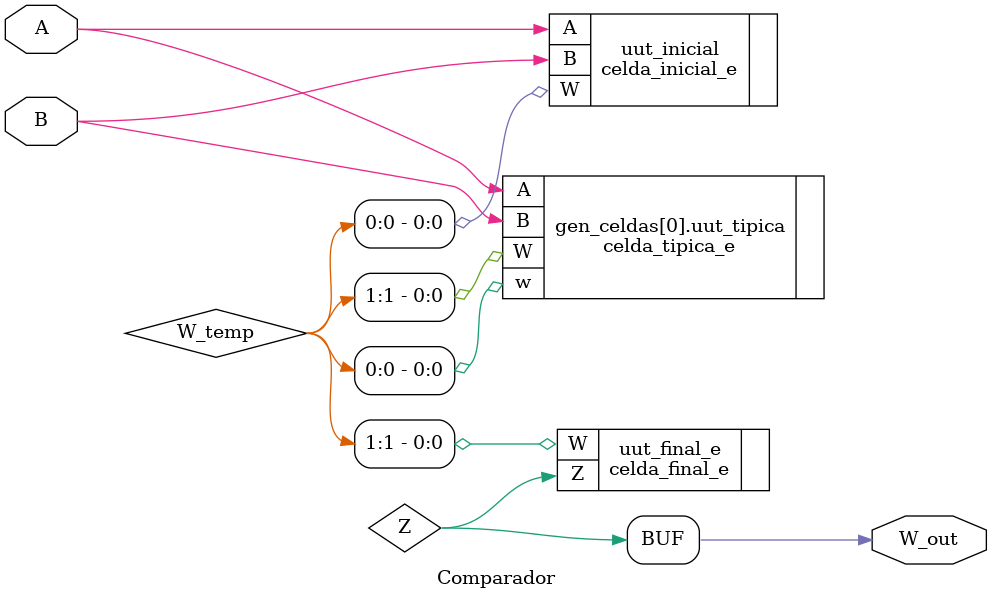
<source format=v>
`include "celda_inicial_e.v"
`include "celda_tipica_e.v"
`include "celda_final_e.v"
`include "Comp_AND.v"
`include "Comp_OR.v"
`include "inversor.v"
module Comparador #(parameter N = 1)(
    input wire [N-1:0] A, //definiendo los tamanos de A, B y W
    input wire [N-1:0] B,
    output wire  W_out);
    wire [N:0] W_temp;

    celda_inicial_e uut_inicial(
        .A(A[0]),               //Conectamos todos los puertos a los bits iniciales
        .B(B[0]),
        .W(W_temp[0])
    );
    genvar i;
    generate
        for (i = 0; i < N; i=i +1 ) begin: gen_celdas //Bucle For para generar las celdas tipicas en base al parametro N.
                                                        //i=0 inicia el bucle en 0, i<N es la condicion que debe cumplir, i=i+1 
                                                        //significa que despues de cada iteracion a i se le suma 1.
                                                        //begin: gen_celdas significa que se comienza un bloque de nombre gen_celdas.
        //codigo para instanciar la celda tipica
        celda_tipica_e uut_tipica(
            .A(A[i]), //el bit i de A se conecta al puerto A, en este caso, se hace asi para que a cada celda tipica le quede un bit,
            .B(B[i]),
            .w(W_temp[i]), //el bit i-1 se conecta a w
            .W(W_temp[i+1])//el bit i+1 de Y se conecta al puerto Y.
        );          
        end
    endgenerate 
    celda_final_e uut_final_e( //Ya que la celda final es diferente para este diseno, conectamos los puertos A,B y W al bit numero 'N' 
    .W(W_temp[N]),
    .Z(Z));
    assign W_out =  Z;//Misma logica para Z.
endmodule
</source>
